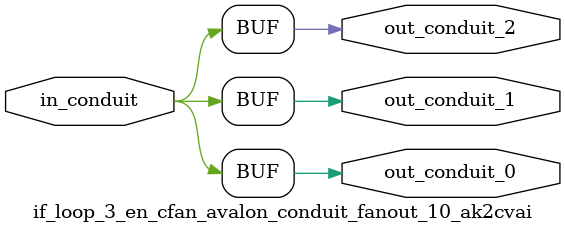
<source format=sv>


 


// --------------------------------------------------------------------------------
//| Avalon Conduit Fan-Out
// --------------------------------------------------------------------------------

// ------------------------------------------
// Generation parameters:
//   output_name:       if_loop_3_en_cfan_avalon_conduit_fanout_10_ak2cvai
//   numFanOut:         3
//   
// ------------------------------------------

module if_loop_3_en_cfan_avalon_conduit_fanout_10_ak2cvai (     

// Interface: out_conduit_0
 output                    out_conduit_0,
// Interface: out_conduit_1
 output                    out_conduit_1,
// Interface: out_conduit_2
 output                    out_conduit_2,

// Interface: in_conduit
 input                   in_conduit

);

   assign  out_conduit_0 = in_conduit;
   assign  out_conduit_1 = in_conduit;
   assign  out_conduit_2 = in_conduit;

endmodule //


</source>
